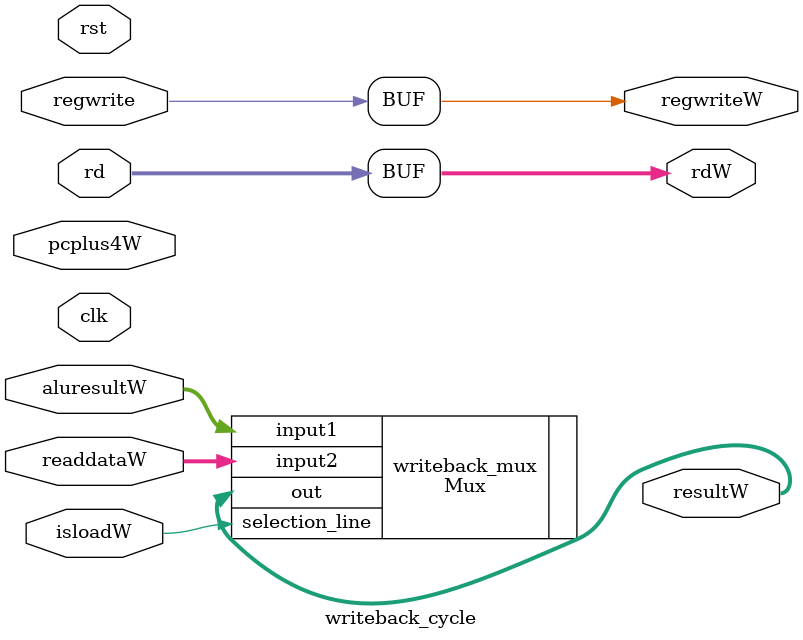
<source format=v>
module writeback_cycle(
    input clk,
    input rst,
    input isloadW,
    input [4:0] rd,            // Control signal to select data source for writeback
    input regwrite,
    input [31:0] pcplus4W,
    input [31:0] aluresultW,   // Result from ALU operation
    input [31:0] readdataW,    // Data read from memory 
    output [31:0] resultW, // Declare as reg for use in always block
    output regwriteW,
    output [4:0] rdW
);
    // Mux instantiation to select between ALU result and memory data
    Mux writeback_mux (
        .selection_line(isloadW),
        .input1(aluresultW),
        .input2(readdataW),
        .out(resultW)
    );

    assign regwriteW = regwrite;
    assign rdW =rd;
endmodule

</source>
